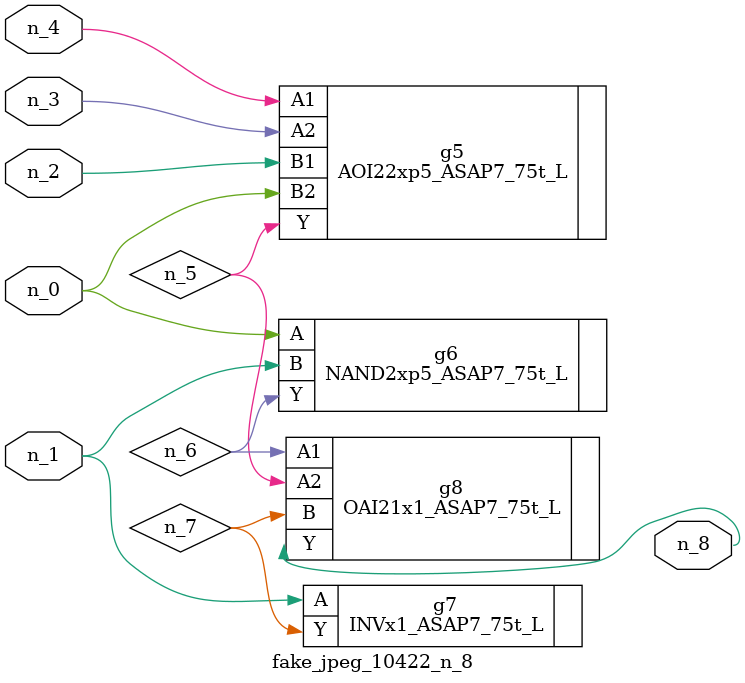
<source format=v>
module fake_jpeg_10422_n_8 (n_3, n_2, n_1, n_0, n_4, n_8);

input n_3;
input n_2;
input n_1;
input n_0;
input n_4;

output n_8;

wire n_6;
wire n_5;
wire n_7;

AOI22xp5_ASAP7_75t_L g5 ( 
.A1(n_4),
.A2(n_3),
.B1(n_2),
.B2(n_0),
.Y(n_5)
);

NAND2xp5_ASAP7_75t_L g6 ( 
.A(n_0),
.B(n_1),
.Y(n_6)
);

INVx1_ASAP7_75t_L g7 ( 
.A(n_1),
.Y(n_7)
);

OAI21x1_ASAP7_75t_L g8 ( 
.A1(n_6),
.A2(n_5),
.B(n_7),
.Y(n_8)
);


endmodule
</source>
